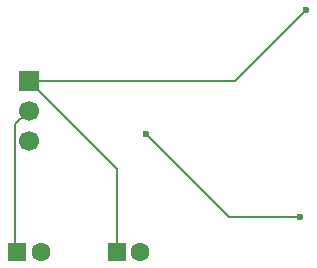
<source format=gbr>
%TF.GenerationSoftware,KiCad,Pcbnew,9.0.1*%
%TF.CreationDate,2025-05-31T16:56:00-05:00*%
%TF.ProjectId,ME 433 HW15 V1,4d452034-3333-4204-9857-31352056312e,rev?*%
%TF.SameCoordinates,Original*%
%TF.FileFunction,Copper,L2,Bot*%
%TF.FilePolarity,Positive*%
%FSLAX46Y46*%
G04 Gerber Fmt 4.6, Leading zero omitted, Abs format (unit mm)*
G04 Created by KiCad (PCBNEW 9.0.1) date 2025-05-31 16:56:00*
%MOMM*%
%LPD*%
G01*
G04 APERTURE LIST*
%TA.AperFunction,ComponentPad*%
%ADD10R,1.700000X1.700000*%
%TD*%
%TA.AperFunction,ComponentPad*%
%ADD11C,1.700000*%
%TD*%
%TA.AperFunction,ComponentPad*%
%ADD12R,1.600000X1.600000*%
%TD*%
%TA.AperFunction,ComponentPad*%
%ADD13C,1.600000*%
%TD*%
%TA.AperFunction,ViaPad*%
%ADD14C,0.600000*%
%TD*%
%TA.AperFunction,Conductor*%
%ADD15C,0.200000*%
%TD*%
G04 APERTURE END LIST*
D10*
%TO.P,J1,1,Pin_1*%
%TO.N,+5V*%
X106025000Y-69975000D03*
D11*
%TO.P,J1,2,Pin_2*%
%TO.N,VCC*%
X106025000Y-72515000D03*
%TO.P,J1,3,Pin_3*%
%TO.N,GND*%
X106025000Y-75055000D03*
%TD*%
D12*
%TO.P,C2,1*%
%TO.N,+5V*%
X113500000Y-84500000D03*
D13*
%TO.P,C2,2*%
%TO.N,GND*%
X115500000Y-84500000D03*
%TD*%
D12*
%TO.P,C1,1*%
%TO.N,VCC*%
X105044888Y-84500000D03*
D13*
%TO.P,C1,2*%
%TO.N,GND*%
X107044888Y-84500000D03*
%TD*%
D14*
%TO.N,+5V*%
X129500000Y-64000000D03*
%TO.N,Net-(MT1-3-FB)*%
X129000000Y-81500000D03*
X116000000Y-74500000D03*
%TD*%
D15*
%TO.N,+5V*%
X123525000Y-69975000D02*
X106025000Y-69975000D01*
X129500000Y-64000000D02*
X123525000Y-69975000D01*
%TO.N,Net-(MT1-3-FB)*%
X123000000Y-81500000D02*
X116000000Y-74500000D01*
X129000000Y-81500000D02*
X123000000Y-81500000D01*
%TO.N,+5V*%
X113500000Y-84500000D02*
X113500000Y-77450000D01*
X113500000Y-77450000D02*
X106025000Y-69975000D01*
%TO.N,VCC*%
X105044888Y-84500000D02*
X104874000Y-84329112D01*
X104874000Y-84329112D02*
X104874000Y-73666000D01*
X104874000Y-73666000D02*
X106025000Y-72515000D01*
%TD*%
M02*

</source>
